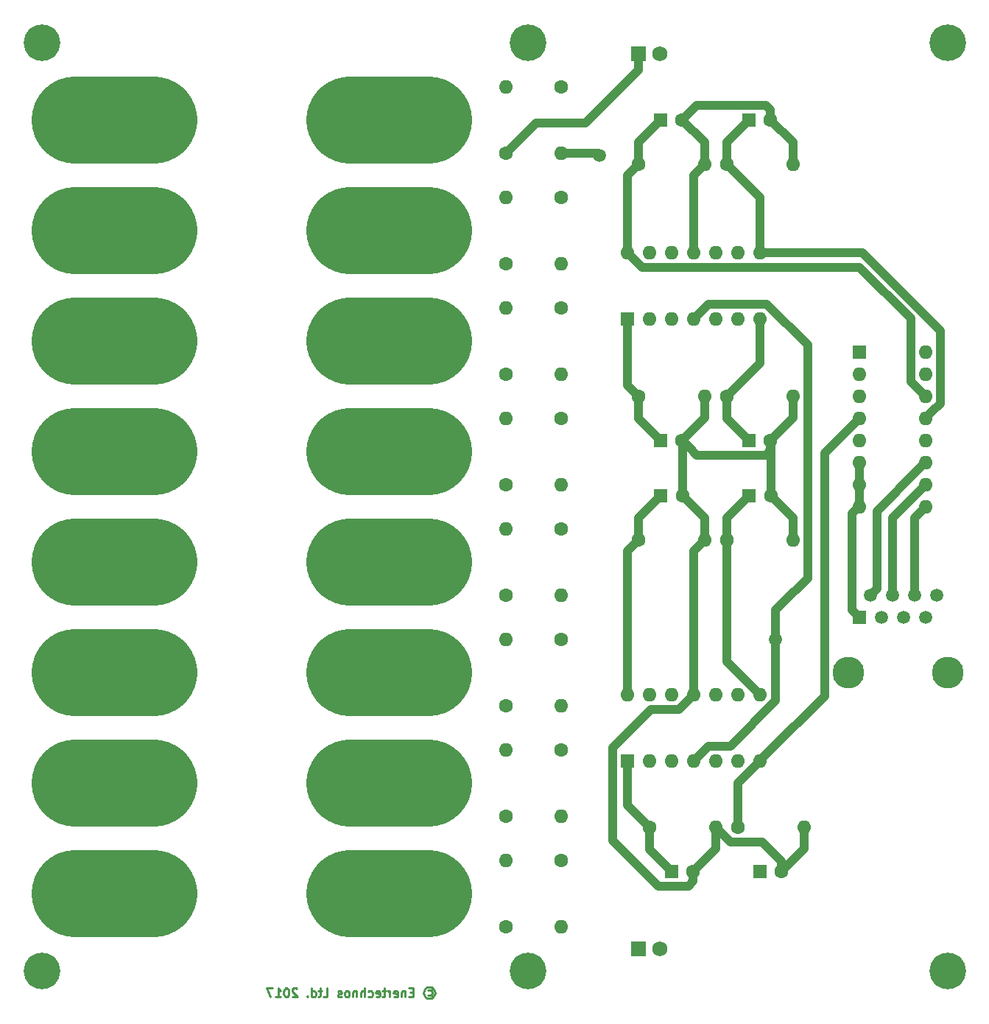
<source format=gbr>
G04 #@! TF.FileFunction,Copper,L2,Bot,Signal*
%FSLAX46Y46*%
G04 Gerber Fmt 4.6, Leading zero omitted, Abs format (unit mm)*
G04 Created by KiCad (PCBNEW 4.0.7) date 01/04/18 11:03:44*
%MOMM*%
%LPD*%
G01*
G04 APERTURE LIST*
%ADD10C,0.100000*%
%ADD11C,0.250000*%
%ADD12C,0.600000*%
%ADD13C,4.200000*%
%ADD14C,3.000000*%
%ADD15C,3.650000*%
%ADD16R,1.500000X1.500000*%
%ADD17C,1.500000*%
%ADD18R,1.600000X1.600000*%
%ADD19O,1.600000X1.600000*%
%ADD20C,10.000000*%
%ADD21C,1.600000*%
%ADD22R,1.750000X1.750000*%
%ADD23C,1.750000*%
%ADD24C,10.000000*%
%ADD25C,1.000000*%
G04 APERTURE END LIST*
D10*
D11*
X48155716Y1579524D02*
X48250954Y1627143D01*
X48441430Y1627143D01*
X48536668Y1579524D01*
X48631906Y1484286D01*
X48679525Y1389048D01*
X48679525Y1198571D01*
X48631906Y1103333D01*
X48536668Y1008095D01*
X48441430Y960476D01*
X48250954Y960476D01*
X48155716Y1008095D01*
X48346192Y1960476D02*
X48584287Y1912857D01*
X48822383Y1770000D01*
X48965240Y1531905D01*
X49012859Y1293810D01*
X48965240Y1055714D01*
X48822383Y817619D01*
X48584287Y674762D01*
X48346192Y627143D01*
X48108097Y674762D01*
X47870002Y817619D01*
X47727145Y1055714D01*
X47679525Y1293810D01*
X47727145Y1531905D01*
X47870002Y1770000D01*
X48108097Y1912857D01*
X48346192Y1960476D01*
X46489049Y1341429D02*
X46155715Y1341429D01*
X46012858Y817619D02*
X46489049Y817619D01*
X46489049Y1817619D01*
X46012858Y1817619D01*
X45584287Y1484286D02*
X45584287Y817619D01*
X45584287Y1389048D02*
X45536668Y1436667D01*
X45441430Y1484286D01*
X45298572Y1484286D01*
X45203334Y1436667D01*
X45155715Y1341429D01*
X45155715Y817619D01*
X44298572Y865238D02*
X44393810Y817619D01*
X44584287Y817619D01*
X44679525Y865238D01*
X44727144Y960476D01*
X44727144Y1341429D01*
X44679525Y1436667D01*
X44584287Y1484286D01*
X44393810Y1484286D01*
X44298572Y1436667D01*
X44250953Y1341429D01*
X44250953Y1246190D01*
X44727144Y1150952D01*
X43822382Y817619D02*
X43822382Y1484286D01*
X43822382Y1293810D02*
X43774763Y1389048D01*
X43727144Y1436667D01*
X43631906Y1484286D01*
X43536667Y1484286D01*
X43346191Y1484286D02*
X42965239Y1484286D01*
X43203334Y1817619D02*
X43203334Y960476D01*
X43155715Y865238D01*
X43060477Y817619D01*
X42965239Y817619D01*
X42250952Y865238D02*
X42346190Y817619D01*
X42536667Y817619D01*
X42631905Y865238D01*
X42679524Y960476D01*
X42679524Y1341429D01*
X42631905Y1436667D01*
X42536667Y1484286D01*
X42346190Y1484286D01*
X42250952Y1436667D01*
X42203333Y1341429D01*
X42203333Y1246190D01*
X42679524Y1150952D01*
X41346190Y865238D02*
X41441428Y817619D01*
X41631905Y817619D01*
X41727143Y865238D01*
X41774762Y912857D01*
X41822381Y1008095D01*
X41822381Y1293810D01*
X41774762Y1389048D01*
X41727143Y1436667D01*
X41631905Y1484286D01*
X41441428Y1484286D01*
X41346190Y1436667D01*
X40917619Y817619D02*
X40917619Y1817619D01*
X40489047Y817619D02*
X40489047Y1341429D01*
X40536666Y1436667D01*
X40631904Y1484286D01*
X40774762Y1484286D01*
X40870000Y1436667D01*
X40917619Y1389048D01*
X40012857Y1484286D02*
X40012857Y817619D01*
X40012857Y1389048D02*
X39965238Y1436667D01*
X39870000Y1484286D01*
X39727142Y1484286D01*
X39631904Y1436667D01*
X39584285Y1341429D01*
X39584285Y817619D01*
X38965238Y817619D02*
X39060476Y865238D01*
X39108095Y912857D01*
X39155714Y1008095D01*
X39155714Y1293810D01*
X39108095Y1389048D01*
X39060476Y1436667D01*
X38965238Y1484286D01*
X38822380Y1484286D01*
X38727142Y1436667D01*
X38679523Y1389048D01*
X38631904Y1293810D01*
X38631904Y1008095D01*
X38679523Y912857D01*
X38727142Y865238D01*
X38822380Y817619D01*
X38965238Y817619D01*
X38250952Y865238D02*
X38155714Y817619D01*
X37965238Y817619D01*
X37869999Y865238D01*
X37822380Y960476D01*
X37822380Y1008095D01*
X37869999Y1103333D01*
X37965238Y1150952D01*
X38108095Y1150952D01*
X38203333Y1198571D01*
X38250952Y1293810D01*
X38250952Y1341429D01*
X38203333Y1436667D01*
X38108095Y1484286D01*
X37965238Y1484286D01*
X37869999Y1436667D01*
X36155713Y817619D02*
X36631904Y817619D01*
X36631904Y1817619D01*
X35965237Y1484286D02*
X35584285Y1484286D01*
X35822380Y1817619D02*
X35822380Y960476D01*
X35774761Y865238D01*
X35679523Y817619D01*
X35584285Y817619D01*
X34822379Y817619D02*
X34822379Y1817619D01*
X34822379Y865238D02*
X34917617Y817619D01*
X35108094Y817619D01*
X35203332Y865238D01*
X35250951Y912857D01*
X35298570Y1008095D01*
X35298570Y1293810D01*
X35250951Y1389048D01*
X35203332Y1436667D01*
X35108094Y1484286D01*
X34917617Y1484286D01*
X34822379Y1436667D01*
X34346189Y912857D02*
X34298570Y865238D01*
X34346189Y817619D01*
X34393808Y865238D01*
X34346189Y912857D01*
X34346189Y817619D01*
X33155713Y1722381D02*
X33108094Y1770000D01*
X33012856Y1817619D01*
X32774760Y1817619D01*
X32679522Y1770000D01*
X32631903Y1722381D01*
X32584284Y1627143D01*
X32584284Y1531905D01*
X32631903Y1389048D01*
X33203332Y817619D01*
X32584284Y817619D01*
X31965237Y1817619D02*
X31869998Y1817619D01*
X31774760Y1770000D01*
X31727141Y1722381D01*
X31679522Y1627143D01*
X31631903Y1436667D01*
X31631903Y1198571D01*
X31679522Y1008095D01*
X31727141Y912857D01*
X31774760Y865238D01*
X31869998Y817619D01*
X31965237Y817619D01*
X32060475Y865238D01*
X32108094Y912857D01*
X32155713Y1008095D01*
X32203332Y1198571D01*
X32203332Y1436667D01*
X32155713Y1627143D01*
X32108094Y1722381D01*
X32060475Y1770000D01*
X31965237Y1817619D01*
X30679522Y817619D02*
X31250951Y817619D01*
X30965237Y817619D02*
X30965237Y1817619D01*
X31060475Y1674762D01*
X31155713Y1579524D01*
X31250951Y1531905D01*
X30346189Y1817619D02*
X29679522Y1817619D01*
X30108094Y817619D01*
D12*
X43110000Y10980000D03*
X43110000Y23680000D03*
X43110000Y36380000D03*
X43110000Y49080000D03*
X43110000Y61780000D03*
X43110000Y74480000D03*
X43110000Y87180000D03*
X42110000Y16230000D03*
X42110000Y28930000D03*
X42110000Y41630000D03*
X42110000Y54330000D03*
X42110000Y67030000D03*
X42110000Y79730000D03*
X42110000Y92430000D03*
X42110000Y10980000D03*
X42110000Y23680000D03*
X42110000Y36380000D03*
X42110000Y49080000D03*
X42110000Y61780000D03*
X42110000Y74480000D03*
X42110000Y87180000D03*
X43110000Y16230000D03*
X43110000Y28930000D03*
X43110000Y41630000D03*
X43110000Y54330000D03*
X43110000Y67030000D03*
X43110000Y79730000D03*
X43110000Y92430000D03*
X43110000Y14480000D03*
X43110000Y27180000D03*
X43110000Y39880000D03*
X43110000Y52580000D03*
X43110000Y65280000D03*
X43110000Y77980000D03*
X43110000Y90680000D03*
X43110000Y12730000D03*
X43110000Y25430000D03*
X43110000Y38130000D03*
X43110000Y50830000D03*
X43110000Y63530000D03*
X43110000Y76230000D03*
X43110000Y88930000D03*
X42110000Y12730000D03*
X42110000Y25430000D03*
X42110000Y38130000D03*
X42110000Y50830000D03*
X42110000Y63530000D03*
X42110000Y76230000D03*
X42110000Y88930000D03*
X42110000Y14480000D03*
X42110000Y27180000D03*
X42110000Y39880000D03*
X42110000Y52580000D03*
X42110000Y65280000D03*
X42110000Y77980000D03*
X42110000Y90680000D03*
X41110000Y9230000D03*
X41110000Y21930000D03*
X41110000Y34630000D03*
X41110000Y47330000D03*
X41110000Y60030000D03*
X41110000Y72730000D03*
X41110000Y85430000D03*
X41110000Y10980000D03*
X41110000Y23680000D03*
X41110000Y36380000D03*
X41110000Y49080000D03*
X41110000Y61780000D03*
X41110000Y74480000D03*
X41110000Y87180000D03*
X41110000Y12730000D03*
X41110000Y25430000D03*
X41110000Y38130000D03*
X41110000Y50830000D03*
X41110000Y63530000D03*
X41110000Y76230000D03*
X41110000Y88930000D03*
X41110000Y16230000D03*
X41110000Y28930000D03*
X41110000Y41630000D03*
X41110000Y54330000D03*
X41110000Y67030000D03*
X41110000Y79730000D03*
X41110000Y92430000D03*
X41110000Y14480000D03*
X41110000Y27180000D03*
X41110000Y39880000D03*
X41110000Y52580000D03*
X41110000Y65280000D03*
X41110000Y77980000D03*
X41110000Y90680000D03*
X43110000Y9230000D03*
X43110000Y21930000D03*
X43110000Y34630000D03*
X43110000Y47330000D03*
X43110000Y60030000D03*
X43110000Y72730000D03*
X43110000Y85430000D03*
X42110000Y9230000D03*
X42110000Y21930000D03*
X42110000Y34630000D03*
X42110000Y47330000D03*
X42110000Y60030000D03*
X42110000Y72730000D03*
X42110000Y85430000D03*
X43110000Y99880000D03*
X42110000Y105130000D03*
X42110000Y99880000D03*
X43110000Y105130000D03*
X43110000Y103380000D03*
X43110000Y101630000D03*
X42110000Y101630000D03*
X42110000Y103380000D03*
X41110000Y98130000D03*
X41110000Y99880000D03*
X41110000Y101630000D03*
X41110000Y105130000D03*
X41110000Y103380000D03*
X43110000Y98130000D03*
X42110000Y98130000D03*
X14860000Y9230000D03*
X14860000Y21930000D03*
X14860000Y34630000D03*
X14860000Y47330000D03*
X14860000Y60030000D03*
X14860000Y72730000D03*
X14860000Y85430000D03*
X13860000Y12730000D03*
X13860000Y25430000D03*
X13860000Y38130000D03*
X13860000Y50830000D03*
X13860000Y63530000D03*
X13860000Y76230000D03*
X13860000Y88930000D03*
X14860000Y12730000D03*
X14860000Y25430000D03*
X14860000Y38130000D03*
X14860000Y50830000D03*
X14860000Y63530000D03*
X14860000Y76230000D03*
X14860000Y88930000D03*
X13860000Y10980000D03*
X13860000Y23680000D03*
X13860000Y36380000D03*
X13860000Y49080000D03*
X13860000Y61780000D03*
X13860000Y74480000D03*
X13860000Y87180000D03*
X14860000Y10980000D03*
X14860000Y23680000D03*
X14860000Y36380000D03*
X14860000Y49080000D03*
X14860000Y61780000D03*
X14860000Y74480000D03*
X14860000Y87180000D03*
X13860000Y14480000D03*
X13860000Y27180000D03*
X13860000Y39880000D03*
X13860000Y52580000D03*
X13860000Y65280000D03*
X13860000Y77980000D03*
X13860000Y90680000D03*
X13860000Y9230000D03*
X13860000Y21930000D03*
X13860000Y34630000D03*
X13860000Y47330000D03*
X13860000Y60030000D03*
X13860000Y72730000D03*
X13860000Y85430000D03*
X12860000Y16230000D03*
X12860000Y28930000D03*
X12860000Y41630000D03*
X12860000Y54330000D03*
X12860000Y67030000D03*
X12860000Y79730000D03*
X12860000Y92430000D03*
X12860000Y12730000D03*
X12860000Y25430000D03*
X12860000Y38130000D03*
X12860000Y50830000D03*
X12860000Y63530000D03*
X12860000Y76230000D03*
X12860000Y88930000D03*
X12860000Y14480000D03*
X12860000Y27180000D03*
X12860000Y39880000D03*
X12860000Y52580000D03*
X12860000Y65280000D03*
X12860000Y77980000D03*
X12860000Y90680000D03*
X12860000Y10980000D03*
X12860000Y23680000D03*
X12860000Y36380000D03*
X12860000Y49080000D03*
X12860000Y61780000D03*
X12860000Y74480000D03*
X12860000Y87180000D03*
X12860000Y9230000D03*
X12860000Y21930000D03*
X12860000Y34630000D03*
X12860000Y47330000D03*
X12860000Y60030000D03*
X12860000Y72730000D03*
X12860000Y85430000D03*
X14860000Y14480000D03*
X14860000Y27180000D03*
X14860000Y39880000D03*
X14860000Y52580000D03*
X14860000Y65280000D03*
X14860000Y77980000D03*
X14860000Y90680000D03*
X14860000Y16230000D03*
X14860000Y28930000D03*
X14860000Y41630000D03*
X14860000Y54330000D03*
X14860000Y67030000D03*
X14860000Y79730000D03*
X14860000Y92430000D03*
X13860000Y16230000D03*
X13860000Y28930000D03*
X13860000Y41630000D03*
X13860000Y54330000D03*
X13860000Y67030000D03*
X13860000Y79730000D03*
X13860000Y92430000D03*
X14860000Y98130000D03*
X13860000Y98130000D03*
X12860000Y98130000D03*
X14860000Y99880000D03*
X13860000Y99880000D03*
X12860000Y99880000D03*
X14860000Y101630000D03*
X13860000Y101630000D03*
X12860000Y101630000D03*
X14860000Y103380000D03*
X13860000Y103380000D03*
X12860000Y103380000D03*
X14860000Y105130000D03*
X13860000Y105130000D03*
D13*
X59690000Y3810000D03*
X59690000Y110490000D03*
X3810000Y110490000D03*
X107950000Y110490000D03*
X107950000Y3810000D03*
D14*
X39190000Y88900000D03*
X16690000Y88900000D03*
X39190000Y101600000D03*
X16690000Y101600000D03*
D15*
X107950000Y38100000D03*
X96520000Y38100000D03*
D16*
X97790000Y44450000D03*
D17*
X99060000Y46990000D03*
X100330000Y44450000D03*
X101600000Y46990000D03*
X102870000Y44450000D03*
X104140000Y46990000D03*
X105410000Y44450000D03*
X106680000Y46990000D03*
D18*
X97790000Y74930000D03*
D19*
X105410000Y57150000D03*
X97790000Y72390000D03*
X105410000Y59690000D03*
X97790000Y69850000D03*
X105410000Y62230000D03*
X97790000Y67310000D03*
X105410000Y64770000D03*
X97790000Y64770000D03*
X105410000Y67310000D03*
X97790000Y62230000D03*
X105410000Y69850000D03*
X97790000Y59690000D03*
X105410000Y72390000D03*
X97790000Y57150000D03*
X105410000Y74930000D03*
D14*
X39190000Y63500000D03*
X16690000Y63500000D03*
D20*
X48260000Y88900000D03*
D18*
X71120000Y27940000D03*
D19*
X86360000Y35560000D03*
X73660000Y27940000D03*
X83820000Y35560000D03*
X76200000Y27940000D03*
X81280000Y35560000D03*
X78740000Y27940000D03*
X78740000Y35560000D03*
X81280000Y27940000D03*
X76200000Y35560000D03*
X83820000Y27940000D03*
X73660000Y35560000D03*
X86360000Y27940000D03*
X71120000Y35560000D03*
D20*
X7620000Y63500000D03*
X48260000Y76200000D03*
X48260000Y63500000D03*
X7620000Y50800000D03*
X7620000Y38100000D03*
X7620000Y25400000D03*
D21*
X57150000Y59690000D03*
D19*
X57150000Y67310000D03*
D21*
X63500000Y67310000D03*
D19*
X63500000Y59690000D03*
D21*
X57150000Y72390000D03*
D19*
X57150000Y80010000D03*
D21*
X63500000Y80010000D03*
D19*
X63500000Y72390000D03*
D21*
X57150000Y85090000D03*
D19*
X57150000Y92710000D03*
D21*
X63500000Y92710000D03*
D19*
X63500000Y85090000D03*
D21*
X57150000Y97790000D03*
D19*
X57150000Y105410000D03*
D21*
X63500000Y105410000D03*
D19*
X63500000Y97790000D03*
D21*
X57150000Y8890000D03*
D19*
X57150000Y16510000D03*
D21*
X63500000Y16510000D03*
D19*
X63500000Y8890000D03*
D21*
X57150000Y21590000D03*
D19*
X57150000Y29210000D03*
D21*
X63500000Y29210000D03*
D19*
X63500000Y21590000D03*
D21*
X57150000Y34290000D03*
D19*
X57150000Y41910000D03*
D21*
X63500000Y41910000D03*
D19*
X63500000Y34290000D03*
D21*
X57150000Y46990000D03*
D19*
X57150000Y54610000D03*
D21*
X63500000Y54610000D03*
D19*
X63500000Y46990000D03*
D18*
X71120000Y78740000D03*
D19*
X86360000Y86360000D03*
X73660000Y78740000D03*
X83820000Y86360000D03*
X76200000Y78740000D03*
X81280000Y86360000D03*
X78740000Y78740000D03*
X78740000Y86360000D03*
X81280000Y78740000D03*
X76200000Y86360000D03*
X83820000Y78740000D03*
X73660000Y86360000D03*
X86360000Y78740000D03*
X71120000Y86360000D03*
D14*
X39190000Y76200000D03*
X16690000Y76200000D03*
X39190000Y50800000D03*
X16690000Y50800000D03*
X39190000Y38100000D03*
X16690000Y38100000D03*
X39190000Y25400000D03*
X16690000Y25400000D03*
X39190000Y12700000D03*
X16690000Y12700000D03*
D20*
X48260000Y25400000D03*
X48260000Y12700000D03*
X7620000Y101600000D03*
X7620000Y88900000D03*
X7620000Y76200000D03*
X48260000Y101600000D03*
X7620000Y12700000D03*
X48260000Y50800000D03*
X48260000Y38100000D03*
D13*
X3810000Y3810000D03*
D18*
X85090000Y64770000D03*
D21*
X87590000Y64770000D03*
D18*
X74930000Y64770000D03*
D21*
X77430000Y64770000D03*
D18*
X74930000Y101600000D03*
D21*
X77430000Y101600000D03*
D18*
X85090000Y101600000D03*
D21*
X87590000Y101600000D03*
D18*
X86360000Y15240000D03*
D21*
X88860000Y15240000D03*
D18*
X76200000Y15240000D03*
D21*
X78700000Y15240000D03*
D18*
X74970000Y58420000D03*
D21*
X77470000Y58420000D03*
D18*
X85130000Y58420000D03*
D21*
X87630000Y58420000D03*
D22*
X72390000Y109220000D03*
D23*
X74890000Y109220000D03*
D21*
X82550000Y69850000D03*
D19*
X90170000Y69850000D03*
D21*
X72390000Y69850000D03*
D19*
X80010000Y69850000D03*
D21*
X72390000Y96520000D03*
D19*
X80010000Y96520000D03*
D21*
X82550000Y96520000D03*
D19*
X90170000Y96520000D03*
D21*
X83820000Y20320000D03*
D19*
X91440000Y20320000D03*
D21*
X73660000Y20320000D03*
D19*
X81280000Y20320000D03*
D21*
X72390000Y53340000D03*
D19*
X80010000Y53340000D03*
D21*
X82550000Y53340000D03*
D19*
X90170000Y53340000D03*
D22*
X72390000Y6350000D03*
D23*
X74890000Y6350000D03*
D12*
X12860000Y105130000D03*
D17*
X67958556Y97485043D03*
X88188373Y41910000D03*
D24*
X39190000Y101600000D02*
X48260000Y101600000D01*
D25*
X72390000Y109220000D02*
X72390000Y107345000D01*
X72390000Y107345000D02*
X66287494Y101242494D01*
X66287494Y101242494D02*
X60602494Y101242494D01*
X60602494Y101242494D02*
X57150000Y97790000D01*
D24*
X39190000Y88900000D02*
X48260000Y88900000D01*
D25*
X67653599Y97790000D02*
X67958556Y97485043D01*
X63500000Y97790000D02*
X67653599Y97790000D01*
D24*
X39190000Y76200000D02*
X48260000Y76200000D01*
D25*
X97790000Y59690000D02*
X97790000Y57150000D01*
X97790000Y62230000D02*
X97790000Y59690000D01*
X97790000Y44450000D02*
X96990001Y45249999D01*
X96990001Y45249999D02*
X96990001Y56350001D01*
X96990001Y56350001D02*
X97790000Y57150000D01*
X78740000Y35560000D02*
X77039999Y33859999D01*
X74679999Y13539999D02*
X78131369Y13539999D01*
X77039999Y33859999D02*
X73819997Y33859999D01*
X73819997Y33859999D02*
X69419999Y29460001D01*
X69419999Y29460001D02*
X69419999Y18799999D01*
X69419999Y18799999D02*
X74679999Y13539999D01*
X78131369Y13539999D02*
X78700000Y14108630D01*
X78700000Y14108630D02*
X78700000Y15240000D01*
X78740000Y86360000D02*
X78740000Y95250000D01*
X78740000Y95250000D02*
X80010000Y96520000D01*
X77470000Y58420000D02*
X77470000Y64730000D01*
X77470000Y64730000D02*
X77430000Y64770000D01*
X87630000Y58420000D02*
X87630000Y64730000D01*
X87630000Y64730000D02*
X87590000Y64770000D01*
X90170000Y53340000D02*
X90170000Y55880000D01*
X90170000Y55880000D02*
X87630000Y58420000D01*
X80010000Y53340000D02*
X80010000Y55880000D01*
X80010000Y55880000D02*
X77470000Y58420000D01*
X78740000Y35560000D02*
X78740000Y52070000D01*
X78740000Y52070000D02*
X80010000Y53340000D01*
X87590000Y101600000D02*
X87590000Y102731370D01*
X87590000Y102731370D02*
X87021369Y103300001D01*
X87021369Y103300001D02*
X79130001Y103300001D01*
X79130001Y103300001D02*
X78229999Y102399999D01*
X78229999Y102399999D02*
X77430000Y101600000D01*
X90170000Y96520000D02*
X90170000Y99020000D01*
X90170000Y99020000D02*
X87590000Y101600000D01*
X80010000Y96520000D02*
X80010000Y99020000D01*
X80010000Y99020000D02*
X77430000Y101600000D01*
X81280000Y20320000D02*
X82980001Y18619999D01*
X82980001Y18619999D02*
X86611371Y18619999D01*
X86611371Y18619999D02*
X88860000Y16371370D01*
X88860000Y16371370D02*
X88860000Y15240000D01*
X91440000Y20320000D02*
X91440000Y17820000D01*
X91440000Y17820000D02*
X88860000Y15240000D01*
X81280000Y20320000D02*
X81280000Y17820000D01*
X81280000Y17820000D02*
X78700000Y15240000D01*
X87021369Y63069999D02*
X81280000Y63069999D01*
X81280000Y63069999D02*
X79130001Y63069999D01*
X87590000Y64770000D02*
X87590000Y63638630D01*
X87590000Y63638630D02*
X87021369Y63069999D01*
X79130001Y63069999D02*
X78229999Y63970001D01*
X78229999Y63970001D02*
X77430000Y64770000D01*
X90170000Y69850000D02*
X90170000Y67350000D01*
X90170000Y67350000D02*
X87590000Y64770000D01*
X80010000Y69850000D02*
X80010000Y67350000D01*
X80010000Y67350000D02*
X77430000Y64770000D01*
D24*
X39190000Y50800000D02*
X48260000Y50800000D01*
X39190000Y38100000D02*
X48260000Y38100000D01*
X39190000Y25400000D02*
X48260000Y25400000D01*
X39190000Y12700000D02*
X48260000Y12700000D01*
X39190000Y63500000D02*
X48260000Y63500000D01*
X7620000Y101600000D02*
X16690000Y101600000D01*
X7620000Y88900000D02*
X16690000Y88900000D01*
X7620000Y76200000D02*
X16690000Y76200000D01*
X7620000Y63500000D02*
X16690000Y63500000D01*
X7620000Y50800000D02*
X16690000Y50800000D01*
X7620000Y38100000D02*
X16690000Y38100000D01*
X7620000Y25400000D02*
X16690000Y25400000D01*
X7620000Y12700000D02*
X16690000Y12700000D01*
D25*
X99060000Y46990000D02*
X99809999Y47739999D01*
X99809999Y47739999D02*
X99809999Y56629999D01*
X99809999Y56629999D02*
X104610001Y61430001D01*
X104610001Y61430001D02*
X105410000Y62230000D01*
X101600000Y46990000D02*
X101600000Y55880000D01*
X101600000Y55880000D02*
X105410000Y59690000D01*
X104140000Y46990000D02*
X104140000Y55880000D01*
X104140000Y55880000D02*
X105410000Y57150000D01*
X86360000Y35560000D02*
X82550000Y39370000D01*
X82550000Y39370000D02*
X82550000Y52208630D01*
X82550000Y52208630D02*
X82550000Y53340000D01*
X82550000Y53340000D02*
X82550000Y55840000D01*
X82550000Y55840000D02*
X85130000Y58420000D01*
X71120000Y27940000D02*
X71120000Y22860000D01*
X71120000Y22860000D02*
X73660000Y20320000D01*
X73660000Y20320000D02*
X73660000Y17780000D01*
X73660000Y17780000D02*
X76200000Y15240000D01*
X83820000Y20320000D02*
X83820000Y25400000D01*
X83820000Y25400000D02*
X86360000Y27940000D01*
X97790000Y67310000D02*
X93794999Y63314999D01*
X93794999Y63314999D02*
X93794999Y35374999D01*
X93794999Y35374999D02*
X87159999Y28739999D01*
X87159999Y28739999D02*
X86360000Y27940000D01*
X82550000Y69850000D02*
X82550000Y67310000D01*
X82550000Y67310000D02*
X85090000Y64770000D01*
X86360000Y78740000D02*
X86360000Y73660000D01*
X86360000Y73660000D02*
X82550000Y69850000D01*
X72390000Y53340000D02*
X72390000Y55840000D01*
X72390000Y55840000D02*
X74970000Y58420000D01*
X71120000Y35560000D02*
X71120000Y52070000D01*
X71120000Y52070000D02*
X72390000Y53340000D01*
X86360000Y86360000D02*
X98104723Y86360000D01*
X106209999Y68109999D02*
X105410000Y67310000D01*
X107110001Y69010001D02*
X106209999Y68109999D01*
X107110001Y77354722D02*
X107110001Y69010001D01*
X98104723Y86360000D02*
X107110001Y77354722D01*
X86360000Y86360000D02*
X86360000Y92710000D01*
X86360000Y92710000D02*
X82550000Y96520000D01*
X82550000Y96520000D02*
X82550000Y99060000D01*
X82550000Y99060000D02*
X85090000Y101600000D01*
X105410000Y69850000D02*
X103709999Y71550001D01*
X103709999Y71550001D02*
X103709999Y78774810D01*
X103709999Y78774810D02*
X97824810Y84659999D01*
X97824810Y84659999D02*
X72820001Y84659999D01*
X71919999Y85560001D02*
X71120000Y86360000D01*
X72820001Y84659999D02*
X71919999Y85560001D01*
X71120000Y86360000D02*
X71120000Y95250000D01*
X71120000Y95250000D02*
X72390000Y96520000D01*
X72390000Y96520000D02*
X72390000Y99060000D01*
X72390000Y99060000D02*
X74930000Y101600000D01*
X72390000Y69850000D02*
X72390000Y67310000D01*
X72390000Y67310000D02*
X74930000Y64770000D01*
X71120000Y78740000D02*
X71120000Y71120000D01*
X71120000Y71120000D02*
X72390000Y69850000D01*
X88188373Y34860060D02*
X88188373Y41910000D01*
X88188373Y41910000D02*
X88188373Y44210060D01*
X82968314Y29640001D02*
X88188373Y34860060D01*
X78740000Y27940000D02*
X80440001Y29640001D01*
X91877450Y48959797D02*
X88938372Y46020719D01*
X80440001Y29640001D02*
X82968314Y29640001D01*
X91877450Y75738552D02*
X91877450Y48959797D01*
X87176001Y80440001D02*
X91877450Y75738552D01*
X88188373Y44210060D02*
X88188373Y45270720D01*
X80440001Y80440001D02*
X87176001Y80440001D01*
X78740000Y78740000D02*
X80440001Y80440001D01*
X88938372Y46020719D02*
X88188373Y45270720D01*
M02*

</source>
